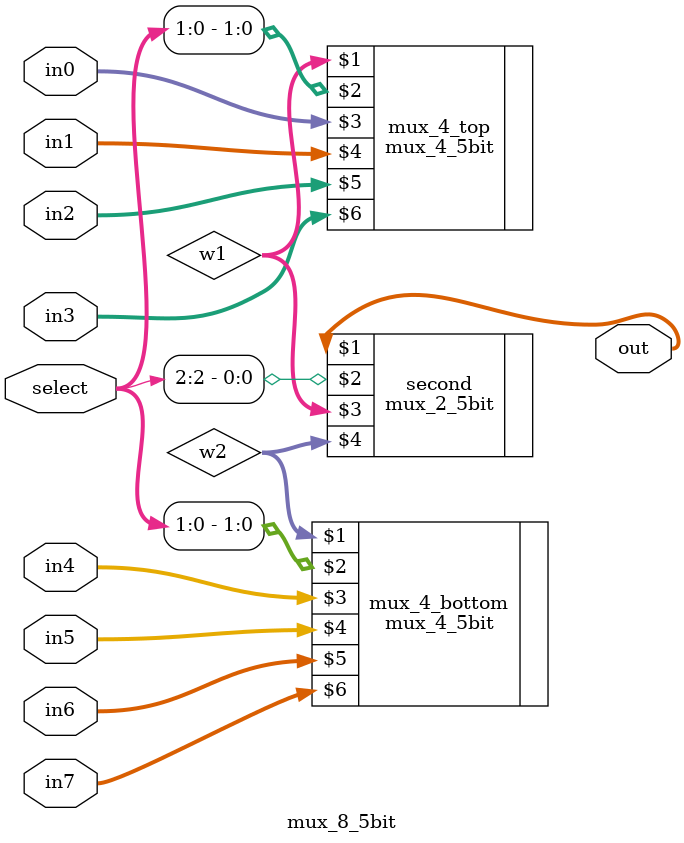
<source format=v>
module mux_8_5bit(out, select, in0, in1, in2, in3, in4, in5, in6, in7);
    input [2:0] select;
    input [4:0] in0, in1, in2, in3, in4, in5, in6, in7;
    output [4:0] out;

    wire [4:0] w1, w2;

    mux_4_5bit mux_4_top(w1, select[1:0], in0, in1, in2, in3);
    mux_4_5bit mux_4_bottom(w2, select[1:0], in4, in5, in6, in7);

    mux_2_5bit second(out, select[2], w1, w2);
endmodule

</source>
